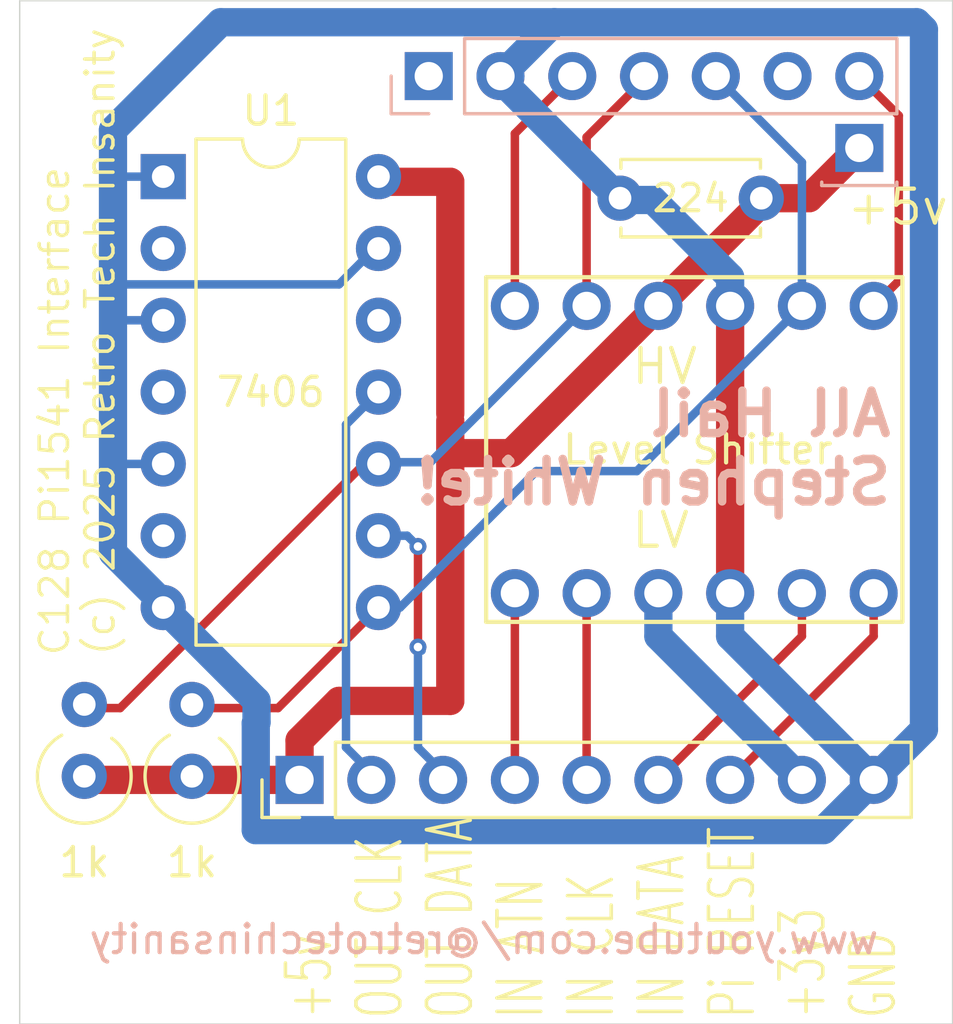
<source format=kicad_pcb>
(kicad_pcb (version 20241229) (generator "pcbnew") (generator_version "9.0")
  (layers (0 "F.Cu" signal) (2 "B.Cu" signal) (13 "F.Paste" user) (15 "B.Paste" user) (5 "F.SilkS" user "F.Silkscreen") (7 "B.SilkS" user "B.Silkscreen") (1 "F.Mask" user) (3 "B.Mask" user) (25 "Edge.Cuts" user))
  (net 0 "")
  (net 1 "+5v")
  (net 2 "GND")
  (net 3 "+3v3")
  (net 4 "SRQ")
  (net 5 "KEY")
  (net 6 "DRESET")
  (net 7 "ATN")
  (net 8 "CLK")
  (net 9 "DATA")
  (net 10 "IN_CLK")
  (net 11 "IN_ATN")
  (net 12 "IN_DATA")
  (net 13 "PI_RES")
  (net 14 "OUT_DATA")
  (net 15 "OUT_CLK")
  (footprint "Resistor_THT:R_Axial_DIN0309_L9.0mm_D3.2mm_P2.54mm_Vertical" (layer "F.Cu") (at 110.998 88.392 90)
    (property "Reference" "" (at 1.27 -2.72 90) (layer "F.SilkS"))
    (property "Value" "1k" (at -3.048 0 180) (layer "F.SilkS"))
    (fp_arc (start 1.344775 0.97138) (mid -1.655812 -0.101418) (end 1.453272 -0.8) (stroke (width 0.12)) (layer "F.SilkS"))
    (pad "1" thru_hole circle (at 0 0 90) (size 1.6 1.6) (drill 0.8) (layers "*.Cu" "*.Mask") (net 1 "+5v"))
    (pad "2" thru_hole oval (at 2.54 0 90) (size 1.6 1.6) (drill 0.8) (layers "*.Cu" "*.Mask") (net 8 "CLK"))
  )
  (footprint "Package_DIP:DIP-14_W7.62mm" (layer "F.Cu") (at 113.792 67.183)
    (property "Reference" "U1" (at 3.81 -2.33 0) (layer "F.SilkS"))
    (property "Value" "")
    (fp_line (start 1.16 -1.33) (end 1.16 16.57) (stroke (width 0.12)) (layer "F.SilkS"))
    (fp_line (start 1.16 16.57) (end 6.46 16.57) (stroke (width 0.12)) (layer "F.SilkS"))
    (fp_line (start 2.81 -1.33) (end 1.16 -1.33) (stroke (width 0.12)) (layer "F.SilkS"))
    (fp_line (start 6.46 -1.33) (end 4.81 -1.33) (stroke (width 0.12)) (layer "F.SilkS"))
    (fp_line (start 6.46 16.57) (end 6.46 -1.33) (stroke (width 0.12)) (layer "F.SilkS"))
    (fp_arc (start 4.81 -1.33) (mid 3.81 -0.33) (end 2.81 -1.33) (stroke (width 0.12)) (layer "F.SilkS"))
    (fp_text user "7406" (at 3.81 7.62 0) (layer "F.SilkS"))
    (pad "1" thru_hole rect (at 0 0) (size 1.6 1.6) (drill 0.8) (layers "*.Cu" "*.Mask") (net 2 "GND"))
    (pad "2" thru_hole oval (at 0 2.54) (size 1.6 1.6) (drill 0.8) (layers "*.Cu" "*.Mask"))
    (pad "3" thru_hole oval (at 0 5.08) (size 1.6 1.6) (drill 0.8) (layers "*.Cu" "*.Mask") (net 2 "GND"))
    (pad "4" thru_hole oval (at 0 7.62) (size 1.6 1.6) (drill 0.8) (layers "*.Cu" "*.Mask"))
    (pad "5" thru_hole oval (at 0 10.16) (size 1.6 1.6) (drill 0.8) (layers "*.Cu" "*.Mask") (net 2 "GND"))
    (pad "6" thru_hole oval (at 0 12.7) (size 1.6 1.6) (drill 0.8) (layers "*.Cu" "*.Mask"))
    (pad "7" thru_hole oval (at 0 15.24) (size 1.6 1.6) (drill 0.8) (layers "*.Cu" "*.Mask") (net 2 "GND"))
    (pad "8" thru_hole oval (at 7.62 15.24) (size 1.6 1.6) (drill 0.8) (layers "*.Cu" "*.Mask") (net 9 "DATA"))
    (pad "9" thru_hole oval (at 7.62 12.7) (size 1.6 1.6) (drill 0.8) (layers "*.Cu" "*.Mask") (net 14 "OUT_DATA"))
    (pad "10" thru_hole oval (at 7.62 10.16) (size 1.6 1.6) (drill 0.8) (layers "*.Cu" "*.Mask") (net 8 "CLK"))
    (pad "11" thru_hole oval (at 7.62 7.62) (size 1.6 1.6) (drill 0.8) (layers "*.Cu" "*.Mask") (net 15 "OUT_CLK"))
    (pad "12" thru_hole oval (at 7.62 5.08) (size 1.6 1.6) (drill 0.8) (layers "*.Cu" "*.Mask"))
    (pad "13" thru_hole oval (at 7.62 2.54) (size 1.6 1.6) (drill 0.8) (layers "*.Cu" "*.Mask") (net 2 "GND"))
    (pad "14" thru_hole oval (at 7.62 0) (size 1.6 1.6) (drill 0.8) (layers "*.Cu" "*.Mask") (net 1 "+5v"))
  )
  (footprint "Resistor_THT:R_Axial_DIN0309_L9.0mm_D3.2mm_P2.54mm_Vertical" (layer "F.Cu") (at 114.808 88.392 90)
    (property "Reference" "" (at 1.27 -2.72 90) (layer "F.SilkS"))
    (property "Value" "1k" (at -3.048 0 180) (layer "F.SilkS"))
    (fp_arc (start 1.344775 0.97138) (mid -1.655812 -0.101418) (end 1.453272 -0.8) (stroke (width 0.12)) (layer "F.SilkS"))
    (pad "1" thru_hole circle (at 0 0 90) (size 1.6 1.6) (drill 0.8) (layers "*.Cu" "*.Mask") (net 1 "+5v"))
    (pad "2" thru_hole oval (at 2.54 0 90) (size 1.6 1.6) (drill 0.8) (layers "*.Cu" "*.Mask") (net 9 "DATA"))
  )
  (footprint "hackup:LevelShifterModule4CH" (layer "F.Cu") (at 133.858 76.835 90)
    (property "Reference" "Level Shifter" (at 0 -1.143 180) (layer "F.SilkS"))
    (property "Value" "LevelShifter" (hide yes))
    (fp_line (start 6.096 -8.636) (end 6.096 6.096) (stroke (width 0.15)) (layer "F.SilkS"))
    (fp_line (start -6.096 -8.636) (end 6.096 -8.636) (stroke (width 0.15)) (layer "F.SilkS"))
    (fp_line (start 6.096 6.096) (end -6.096 6.096) (stroke (width 0.15)) (layer "F.SilkS"))
    (fp_line (start -6.096 6.096) (end -6.096 -8.636) (stroke (width 0.15)) (layer "F.SilkS"))
    (pad "1" thru_hole circle (at -5.08 -7.62 90) (size 1.7 1.7) (drill 1) (layers "*.Cu" "*.Mask") (net 11 "IN_ATN"))
    (pad "2" thru_hole circle (at -5.08 -5.08 90) (size 1.7 1.7) (drill 1) (layers "*.Cu" "*.Mask") (net 10 "IN_CLK"))
    (pad "3" thru_hole circle (at -5.08 -2.54 90) (size 1.7 1.7) (drill 1) (layers "*.Cu" "*.Mask") (net 3 "+3v3"))
    (pad "4" thru_hole circle (at -5.08 0 90) (size 1.7 1.7) (drill 1) (layers "*.Cu" "*.Mask") (net 2 "GND"))
    (pad "5" thru_hole circle (at -5.08 2.54 90) (size 1.7 1.7) (drill 1) (layers "*.Cu" "*.Mask") (net 12 "IN_DATA"))
    (pad "6" thru_hole circle (at -5.08 5.08 90) (size 1.7 1.7) (drill 1) (layers "*.Cu" "*.Mask") (net 13 "PI_RES"))
    (pad "7" thru_hole circle (at 5.08 5.08 90) (size 1.7 1.7) (drill 1) (layers "*.Cu" "*.Mask") (net 6 "DRESET"))
    (pad "8" thru_hole circle (at 5.08 2.54 90) (size 1.7 1.7) (drill 1) (layers "*.Cu" "*.Mask") (net 9 "DATA"))
    (pad "9" thru_hole circle (at 5.08 0 90) (size 1.7 1.7) (drill 1) (layers "*.Cu" "*.Mask") (net 2 "GND"))
    (pad "10" thru_hole circle (at 5.08 -2.54 90) (size 1.7 1.7) (drill 1) (layers "*.Cu" "*.Mask") (net 1 "+5v"))
    (pad "11" thru_hole circle (at 5.08 -5.08 90) (size 1.7 1.7) (drill 1) (layers "*.Cu" "*.Mask") (net 8 "CLK"))
    (pad "12" thru_hole circle (at 5.08 -7.62 90) (size 1.7 1.7) (drill 1) (layers "*.Cu" "*.Mask") (net 7 "ATN"))
  )
  (footprint "Capacitor_THT:C_Disc_D4.7mm_W2.5mm_P5.00mm" (layer "F.Cu") (at 129.961 67.945)
    (property "Reference" "" (at 2.5 -2.159 0) (layer "F.SilkS"))
    (property "Value" "")
    (fp_line (start 0.03 -1.37) (end 0.03 -1.055) (stroke (width 0.12)) (layer "F.SilkS"))
    (fp_line (start 0.03 -1.37) (end 4.97 -1.37) (stroke (width 0.12)) (layer "F.SilkS"))
    (fp_line (start 0.03 1.055) (end 0.03 1.37) (stroke (width 0.12)) (layer "F.SilkS"))
    (fp_line (start 0.03 1.37) (end 4.97 1.37) (stroke (width 0.12)) (layer "F.SilkS"))
    (fp_line (start 4.97 -1.37) (end 4.97 -1.055) (stroke (width 0.12)) (layer "F.SilkS"))
    (fp_line (start 4.97 1.055) (end 4.97 1.37) (stroke (width 0.12)) (layer "F.SilkS"))
    (fp_text user "224" (at 2.5 0 0) (layer "F.SilkS") (effects (font (size 0.94 0.94) (thickness 0.141))))
    (pad "1" thru_hole circle (at 0 0) (size 1.6 1.6) (drill 0.8) (layers "*.Cu" "*.Mask") (net 2 "GND"))
    (pad "2" thru_hole circle (at 5 0) (size 1.6 1.6) (drill 0.8) (layers "*.Cu" "*.Mask") (net 1 "+5v"))
  )
  (footprint "Connector_PinHeader_2.54mm:PinHeader_1x09_P2.54mm_Vertical" (layer "F.Cu") (at 118.618 88.519 90)
    (property "Reference" "" (at 1.655812 -2.228582 90) (layer "F.SilkS"))
    (property "Value" "")
    (fp_line (start -1.33 -1.33) (end 0 -1.33) (stroke (width 0.12)) (layer "F.SilkS"))
    (fp_line (start -1.33 0) (end -1.33 -1.33) (stroke (width 0.12)) (layer "F.SilkS"))
    (fp_line (start 1.33 1.27) (end 1.33 21.65) (stroke (width 0.12)) (layer "F.SilkS"))
    (fp_line (start -1.33 1.27) (end 1.33 1.27) (stroke (width 0.12)) (layer "F.SilkS"))
    (fp_line (start -1.33 1.27) (end -1.33 21.65) (stroke (width 0.12)) (layer "F.SilkS"))
    (fp_line (start -1.33 21.65) (end 1.33 21.65) (stroke (width 0.12)) (layer "F.SilkS"))
    (pad "1" thru_hole rect (at 0 0 90) (size 1.7 1.7) (drill 1) (layers "*.Cu" "*.Mask") (net 1 "+5v"))
    (pad "2" thru_hole oval (at 0 2.54 90) (size 1.7 1.7) (drill 1) (layers "*.Cu" "*.Mask") (net 15 "OUT_CLK"))
    (pad "3" thru_hole oval (at 0 5.08 90) (size 1.7 1.7) (drill 1) (layers "*.Cu" "*.Mask") (net 14 "OUT_DATA"))
    (pad "4" thru_hole oval (at 0 7.62 90) (size 1.7 1.7) (drill 1) (layers "*.Cu" "*.Mask") (net 11 "IN_ATN"))
    (pad "5" thru_hole oval (at 0 10.16 90) (size 1.7 1.7) (drill 1) (layers "*.Cu" "*.Mask") (net 10 "IN_CLK"))
    (pad "6" thru_hole oval (at 0 12.7 90) (size 1.7 1.7) (drill 1) (layers "*.Cu" "*.Mask") (net 12 "IN_DATA"))
    (pad "7" thru_hole oval (at 0 15.24 90) (size 1.7 1.7) (drill 1) (layers "*.Cu" "*.Mask") (net 13 "PI_RES"))
    (pad "8" thru_hole oval (at 0 17.78 90) (size 1.7 1.7) (drill 1) (layers "*.Cu" "*.Mask") (net 3 "+3v3"))
    (pad "9" thru_hole oval (at 0 20.32 90) (size 1.7 1.7) (drill 1) (layers "*.Cu" "*.Mask") (net 2 "GND"))
  )
  (footprint "Connector_PinSocket_2.54mm:PinSocket_1x01_P2.54mm_Vertical" (layer "B.Cu") (at 138.43 66.167 180)
    (property "Reference" "" (at 0 2.77 0) (layer "B.SilkS") (effects (justify mirror)))
    (property "Value" "")
    (fp_line (start 1.33 -1.21) (end 1.33 -1.33) (stroke (width 0.12)) (layer "B.SilkS"))
    (fp_line (start -1.33 -1.21) (end -1.33 -1.33) (stroke (width 0.12)) (layer "B.SilkS"))
    (fp_line (start -1.33 -1.33) (end 1.33 -1.33) (stroke (width 0.12)) (layer "B.SilkS"))
    (pad "1" thru_hole rect (at 0 0 180) (size 1.7 1.7) (drill 1) (layers "*.Cu" "*.Mask") (net 1 "+5v"))
  )
  (footprint "Connector_PinSocket_2.54mm:PinSocket_1x07_P2.54mm_Vertical" (layer "B.Cu") (at 123.19 63.627 -90)
    (property "Reference" "" (at 0 2.77 90) (layer "B.SilkS") (effects (justify mirror)))
    (property "Value" "")
    (fp_line (start 0 1.33) (end 1.33 1.33) (stroke (width 0.12)) (layer "B.SilkS"))
    (fp_line (start 1.33 1.33) (end 1.33 0) (stroke (width 0.12)) (layer "B.SilkS"))
    (fp_line (start -1.33 -1.27) (end 1.33 -1.27) (stroke (width 0.12)) (layer "B.SilkS"))
    (fp_line (start -1.33 -1.27) (end -1.33 -16.57) (stroke (width 0.12)) (layer "B.SilkS"))
    (fp_line (start 1.33 -1.27) (end 1.33 -16.57) (stroke (width 0.12)) (layer "B.SilkS"))
    (fp_line (start -1.33 -16.57) (end 1.33 -16.57) (stroke (width 0.12)) (layer "B.SilkS"))
    (pad "1" thru_hole rect (at 0 0 270) (size 1.7 1.7) (drill 1) (layers "*.Cu" "*.Mask") (net 4 "SRQ"))
    (pad "2" thru_hole oval (at 0 -2.54 270) (size 1.7 1.7) (drill 1) (layers "*.Cu" "*.Mask") (net 2 "GND"))
    (pad "3" thru_hole oval (at 0 -5.08 270) (size 1.7 1.7) (drill 1) (layers "*.Cu" "*.Mask") (net 7 "ATN"))
    (pad "4" thru_hole oval (at 0 -7.62 270) (size 1.7 1.7) (drill 1) (layers "*.Cu" "*.Mask") (net 8 "CLK"))
    (pad "5" thru_hole oval (at 0 -10.16 270) (size 1.7 1.7) (drill 1) (layers "*.Cu" "*.Mask") (net 9 "DATA"))
    (pad "6" thru_hole oval (at 0 -12.7 270) (size 1.7 1.7) (drill 1) (layers "*.Cu" "*.Mask") (net 5 "KEY"))
    (pad "7" thru_hole oval (at 0 -15.24 270) (size 1.7 1.7) (drill 1) (layers "*.Cu" "*.Mask") (net 6 "DRESET"))
  )
  (gr_rect (start 108.712 60.96) (end 141.732 97.155) (stroke (width 0.05)) (fill no) (layer "Edge.Cuts"))
  (gr_text "+5v\nOUT CLK\nOUT DATA\nIN ATN\nIN CLK\nIN DATA\nPi RESET\n+3v3\nGND" (at 139.827 97.028 90) (layer "F.SilkS") (effects (font (size 1.55 1) (thickness 0.125)) (justify left bottom)))
  (gr_text "C128 Pi1541 Interface\n(c) 2025 Retro Tech Insanity\n" (at 112.141 84.201 90) (layer "F.SilkS") (effects (font (size 1 1) (thickness 0.125)) (justify left bottom)))
  (gr_text "+5v" (at 137.922 68.961 0) (layer "F.SilkS") (effects (font (size 1.2 1.2)) (justify left bottom)))
  (gr_text "HV\n\n\nLV" (at 130.302 80.391 0) (layer "F.SilkS") (effects (font (size 1.2 1.2)) (justify left bottom)))
  (gr_text "All Hail\nStephen White!" (at 139.7 78.867 0) (layer "B.SilkS") (effects (font (size 1.5 1.5) (thickness 0.3) (bold yes)) (justify left bottom mirror)))
  (gr_text "www.youtube.com/@retrotechinsanity" (at 139.192 94.742 0) (layer "B.SilkS") (effects (font (size 1 1)) (justify left bottom mirror)))
  (segment (start 134.961 67.945) (end 134.874 67.945) (width 1) (layer "F.Cu") (net 1))
  (segment (start 120.015 85.725) (end 123.952 85.725) (width 1) (layer "F.Cu") (net 1))
  (segment (start 123.952 76.962) (end 126.111 76.962) (width 1) (layer "F.Cu") (net 1))
  (segment (start 110.871 88.519) (end 114.681 88.519) (width 1) (layer "F.Cu") (net 1))
  (segment (start 126.111 76.962) (end 135.128 67.945) (width 1) (layer "F.Cu") (net 1))
  (segment (start 134.961 67.945) (end 136.652 67.945) (width 1) (layer "F.Cu") (net 1))
  (segment (start 123.952 85.725) (end 123.952 75.819) (width 1) (layer "F.Cu") (net 1))
  (segment (start 123.952 75.565) (end 123.952 67.365022) (width 1) (layer "F.Cu") (net 1))
  (segment (start 134.874 67.945) (end 134.833489 67.985511) (width 1) (layer "F.Cu") (net 1))
  (segment (start 114.808 88.519) (end 118.618 88.519) (width 1) (layer "F.Cu") (net 1))
  (segment (start 118.618 87.122) (end 120.015 85.725) (width 1) (layer "F.Cu") (net 1))
  (segment (start 123.952 67.365022) (end 121.467022 67.365022) (width 1) (layer "F.Cu") (net 1))
  (segment (start 118.618 88.265) (end 118.618 87.122) (width 1) (layer "F.Cu") (net 1))
  (segment (start 136.652 67.945) (end 138.43 66.167) (width 1) (layer "F.Cu") (net 1))
  (segment (start 135.128 67.945) (end 134.961 67.945) (width 1) (layer "F.Cu") (net 1))
  (segment (start 133.858 81.915) (end 133.858 71.755) (width 1) (layer "F.Cu") (net 2))
  (segment (start 127.635 61.722) (end 115.824 61.722) (width 1) (layer "B.Cu") (net 2))
  (segment (start 138.938 88.519) (end 140.716 86.741) (width 1) (layer "B.Cu") (net 2))
  (segment (start 133.858 71.755) (end 133.858 70.739) (width 1) (layer "B.Cu") (net 2))
  (segment (start 140.462 61.722) (end 127.635 61.722) (width 1) (layer "B.Cu") (net 2))
  (segment (start 140.716 61.976) (end 140.462 61.722) (width 1) (layer "B.Cu") (net 2))
  (segment (start 112.014 80.492) (end 113.932 82.41) (width 1) (layer "B.Cu") (net 2))
  (segment (start 112.014 65.532) (end 112.014 80.492) (width 1) (layer "B.Cu") (net 2))
  (segment (start 112.014 67.183) (end 113.792 67.183) (width 0.3) (layer "B.Cu") (net 2))
  (segment (start 133.858 70.739) (end 131.1275 68.0085) (width 1) (layer "B.Cu") (net 2))
  (segment (start 112.014 72.263) (end 113.792 72.263) (width 0.3) (layer "B.Cu") (net 2))
  (segment (start 117.094 86.487) (end 117.094 85.725) (width 1) (layer "B.Cu") (net 2))
  (segment (start 129.961 67.945) (end 129.921 67.945) (width 1) (layer "B.Cu") (net 2))
  (segment (start 115.824 61.722) (end 112.014 65.532) (width 1) (layer "B.Cu") (net 2))
  (segment (start 131.1275 68.0085) (end 130.1115 68.0085) (width 1) (layer "B.Cu") (net 2))
  (segment (start 138.938 88.519) (end 137.16 90.297) (width 1) (layer "B.Cu") (net 2))
  (segment (start 120.015 70.993) (end 121.285 69.723) (width 0.3) (layer "B.Cu") (net 2))
  (segment (start 112.014 77.343) (end 113.792 77.343) (width 0.3) (layer "B.Cu") (net 2))
  (segment (start 140.716 86.741) (end 140.716 61.976) (width 1) (layer "B.Cu") (net 2))
  (segment (start 133.858 83.439) (end 133.858 81.915) (width 1) (layer "B.Cu") (net 2))
  (segment (start 117.068 90.297) (end 117.068 86.513) (width 1) (layer "B.Cu") (net 2))
  (segment (start 117.094 85.725) (end 113.792 82.423) (width 1) (layer "B.Cu") (net 2))
  (segment (start 112.014 70.993) (end 120.015 70.993) (width 0.3) (layer "B.Cu") (net 2))
  (segment (start 129.921 67.945) (end 125.7935 63.8175) (width 1) (layer "B.Cu") (net 2))
  (segment (start 138.938 88.519) (end 133.858 83.439) (width 1) (layer "B.Cu") (net 2))
  (segment (start 117.068 86.513) (end 117.094 86.487) (width 1) (layer "B.Cu") (net 2))
  (segment (start 137.16 90.297) (end 117.068 90.297) (width 1) (layer "B.Cu") (net 2))
  (segment (start 127.635 61.722) (end 125.69825 63.65875) (width 1) (layer "B.Cu") (net 2))
  (segment (start 131.318 83.439) (end 131.318 81.915) (width 1) (layer "B.Cu") (net 3))
  (segment (start 136.398 88.519) (end 131.318 83.439) (width 1) (layer "B.Cu") (net 3))
  (segment (start 138.43 63.627) (end 139.827 65.024) (width 0.3) (layer "F.Cu") (net 6))
  (segment (start 139.827 70.866) (end 138.938 71.755) (width 0.3) (layer "F.Cu") (net 6))
  (segment (start 139.827 65.024) (end 139.827 70.866) (width 0.3) (layer "F.Cu") (net 6))
  (segment (start 126.238 65.659) (end 128.27 63.627) (width 0.3) (layer "F.Cu") (net 7))
  (segment (start 126.238 71.755) (end 126.238 65.659) (width 0.3) (layer "F.Cu") (net 7))
  (segment (start 120.904 77.343) (end 112.268 85.979) (width 0.3) (layer "F.Cu") (net 8))
  (segment (start 121.412 77.343) (end 121.158 77.089) (width 0.3) (layer "F.Cu") (net 8))
  (segment (start 128.778 71.755) (end 128.778 65.786) (width 0.3) (layer "F.Cu") (net 8))
  (segment (start 112.268 85.979) (end 110.998 85.979) (width 0.3) (layer "F.Cu") (net 8))
  (segment (start 121.412 77.343) (end 120.904 77.343) (width 0.3) (layer "F.Cu") (net 8))
  (segment (start 128.778 65.786) (end 130.937 63.627) (width 0.3) (layer "F.Cu") (net 8))
  (segment (start 123.25 77.283) (end 121.472 77.283) (width 0.3) (layer "B.Cu") (net 8))
  (segment (start 128.778 71.755) (end 123.25 77.283) (width 0.3) (layer "B.Cu") (net 8))
  (segment (start 117.856 85.979) (end 114.681 85.979) (width 0.3) (layer "F.Cu") (net 9))
  (segment (start 121.412 82.423) (end 117.856 85.979) (width 0.3) (layer "F.Cu") (net 9))
  (segment (start 133.35 63.627) (end 136.398 66.675) (width 0.3) (layer "B.Cu") (net 9))
  (segment (start 122.174 82.423) (end 121.412 82.423) (width 0.3) (layer "B.Cu") (net 9))
  (segment (start 136.398 66.675) (end 136.398 71.755) (width 0.3) (layer "B.Cu") (net 9))
  (segment (start 136.465 71.688) (end 130.556 77.597) (width 0.3) (layer "B.Cu") (net 9))
  (segment (start 127 77.597) (end 122.174 82.423) (width 0.3) (layer "B.Cu") (net 9))
  (segment (start 130.556 77.597) (end 127 77.597) (width 0.3) (layer "B.Cu") (net 9))
  (segment (start 128.778 81.915) (end 128.778 88.265) (width 0.3) (layer "F.Cu") (net 10))
  (segment (start 126.238 81.915) (end 126.238 88.265) (width 0.3) (layer "F.Cu") (net 11))
  (segment (start 136.398 81.915) (end 136.398 83.439) (width 0.3) (layer "F.Cu") (net 12))
  (segment (start 131.318 88.392) (end 131.318 88.519) (width 0.3) (layer "F.Cu") (net 12))
  (segment (start 136.398 83.439) (end 131.318 88.519) (width 0.3) (layer "F.Cu") (net 12))
  (segment (start 138.938 81.915) (end 138.938 83.439) (width 0.3) (layer "F.Cu") (net 13))
  (segment (start 138.938 83.439) (end 133.858 88.519) (width 0.3) (layer "F.Cu") (net 13))
  (segment (start 138.938 81.915) (end 139.065 82.042) (width 0.3) (layer "F.Cu") (net 13))
  (segment (start 122.809 80.264) (end 122.809 83.82) (width 0.3) (layer "F.Cu") (net 14))
  (via (at 122.809 83.82) (size 0.6) (drill 0.3) (layers "F.Cu" "B.Cu") (net 14))
  (via (at 122.809 80.264) (size 0.6) (drill 0.3) (layers "F.Cu" "B.Cu") (net 14))
  (segment (start 122.428 79.883) (end 122.809 80.264) (width 0.3) (layer "B.Cu") (net 14))
  (segment (start 122.809 83.82) (end 122.809 87.376) (width 0.3) (layer "B.Cu") (net 14))
  (segment (start 121.412 79.883) (end 122.428 79.883) (width 0.3) (layer "B.Cu") (net 14))
  (segment (start 122.809 83.82) (end 122.936 83.947) (width 0.3) (layer "B.Cu") (net 14))
  (segment (start 122.809 87.376) (end 123.571 88.138) (width 0.3) (layer "B.Cu") (net 14))
  (segment (start 120.262 75.953) (end 120.262 87.369) (width 0.3) (layer "B.Cu") (net 15))
  (segment (start 120.262 87.369) (end 121.158 88.265) (width 0.3) (layer "B.Cu") (net 15))
  (segment (start 121.412 74.803) (end 120.262 75.953) (width 0.3) (layer "B.Cu") (net 15))
)
</source>
